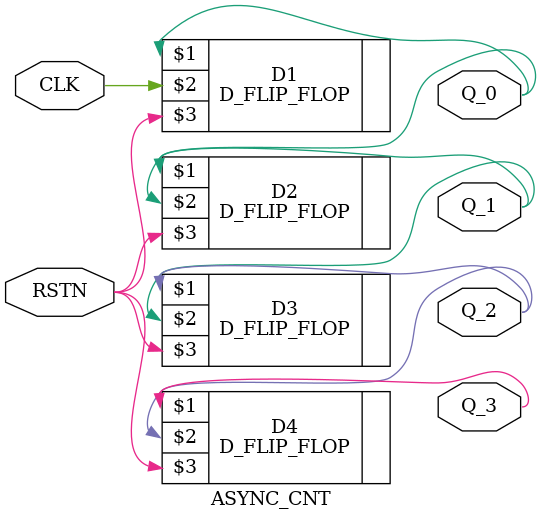
<source format=v>
module ASYNC_CNT(RSTN, CLK, Q_0, Q_1, Q_2, Q_3);
	input RSTN, CLK;
	output Q_0, Q_1, Q_2, Q_3;

	D_FLIP_FLOP D1(Q_0, CLK, RSTN);
	D_FLIP_FLOP D2(Q_1,Q_0,RSTN);
	D_FLIP_FLOP D3(Q_2,Q_1,RSTN);
	D_FLIP_FLOP D4(Q_3,Q_2,RSTN);

endmodule
		
</source>
